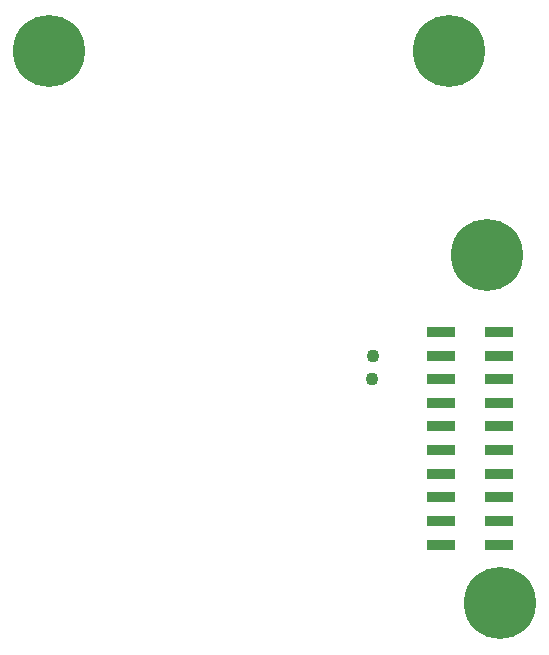
<source format=gbs>
G04*
<<<<<<< HEAD
G04 #@! TF.GenerationSoftware,Altium Limited,Altium Designer,24.2.2 (26)*
=======
G04 #@! TF.GenerationSoftware,Altium Limited,Altium Designer,25.1.2 (22)*
>>>>>>> 613e14270cc375eb23a491e7e857863a29f37ea3
G04*
G04 Layer_Color=16711935*
%FSLAX43Y43*%
%MOMM*%
G71*
G04*
<<<<<<< HEAD
G04 #@! TF.SameCoordinates,7AFD8296-B205-43B3-A86C-D23401984E65*
=======
G04 #@! TF.SameCoordinates,67CE9ABA-0E76-4F11-AB49-B23C2CE43B64*
>>>>>>> 613e14270cc375eb23a491e7e857863a29f37ea3
G04*
G04*
G04 #@! TF.FilePolarity,Negative*
G04*
G01*
G75*
%ADD20C,6.100*%
%ADD21C,1.100*%
%ADD35R,2.350X0.950*%
D20*
X41331Y36806D02*
D03*
X42406Y7316D02*
D03*
X38156Y54056D02*
D03*
X4256D02*
D03*
D21*
X31644Y28300D02*
D03*
X31623Y26289D02*
D03*
D35*
X37425Y30300D02*
D03*
Y28300D02*
D03*
Y26300D02*
D03*
Y24300D02*
D03*
X42375Y30300D02*
D03*
Y28300D02*
D03*
Y26300D02*
D03*
Y24300D02*
D03*
Y22300D02*
D03*
X37425D02*
D03*
X42375Y20300D02*
D03*
Y18300D02*
D03*
Y16300D02*
D03*
Y14300D02*
D03*
Y12300D02*
D03*
X37425Y20300D02*
D03*
Y18300D02*
D03*
Y16300D02*
D03*
Y14300D02*
D03*
Y12300D02*
D03*
M02*

</source>
